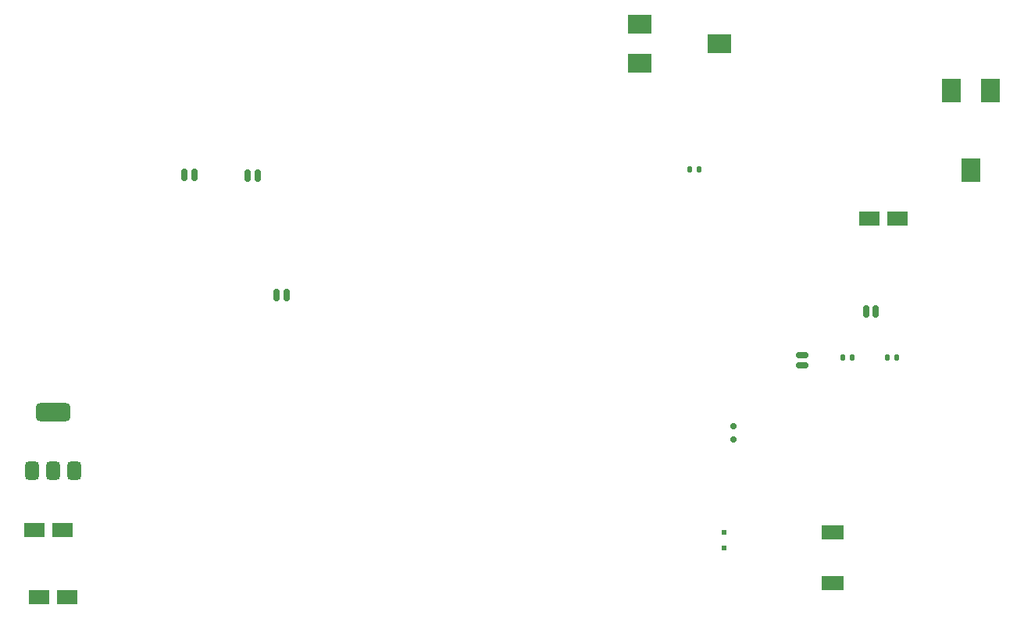
<source format=gbr>
%TF.GenerationSoftware,KiCad,Pcbnew,8.0.4*%
%TF.CreationDate,2025-05-14T15:51:55-04:00*%
%TF.ProjectId,am-receiver,616d2d72-6563-4656-9976-65722e6b6963,rev?*%
%TF.SameCoordinates,Original*%
%TF.FileFunction,Paste,Top*%
%TF.FilePolarity,Positive*%
%FSLAX46Y46*%
G04 Gerber Fmt 4.6, Leading zero omitted, Abs format (unit mm)*
G04 Created by KiCad (PCBNEW 8.0.4) date 2025-05-14 15:51:55*
%MOMM*%
%LPD*%
G01*
G04 APERTURE LIST*
G04 Aperture macros list*
%AMRoundRect*
0 Rectangle with rounded corners*
0 $1 Rounding radius*
0 $2 $3 $4 $5 $6 $7 $8 $9 X,Y pos of 4 corners*
0 Add a 4 corners polygon primitive as box body*
4,1,4,$2,$3,$4,$5,$6,$7,$8,$9,$2,$3,0*
0 Add four circle primitives for the rounded corners*
1,1,$1+$1,$2,$3*
1,1,$1+$1,$4,$5*
1,1,$1+$1,$6,$7*
1,1,$1+$1,$8,$9*
0 Add four rect primitives between the rounded corners*
20,1,$1+$1,$2,$3,$4,$5,0*
20,1,$1+$1,$4,$5,$6,$7,0*
20,1,$1+$1,$6,$7,$8,$9,0*
20,1,$1+$1,$8,$9,$2,$3,0*%
G04 Aperture macros list end*
%ADD10R,2.200000X1.600000*%
%ADD11R,0.500000X0.500000*%
%ADD12RoundRect,0.135000X-0.135000X-0.185000X0.135000X-0.185000X0.135000X0.185000X-0.135000X0.185000X0*%
%ADD13RoundRect,0.375000X0.375000X-0.625000X0.375000X0.625000X-0.375000X0.625000X-0.375000X-0.625000X0*%
%ADD14RoundRect,0.500000X1.400000X-0.500000X1.400000X0.500000X-1.400000X0.500000X-1.400000X-0.500000X0*%
%ADD15R,2.400000X1.500000*%
%ADD16RoundRect,0.135000X0.135000X0.185000X-0.135000X0.185000X-0.135000X-0.185000X0.135000X-0.185000X0*%
%ADD17RoundRect,0.165000X-0.165000X-0.475000X0.165000X-0.475000X0.165000X0.475000X-0.165000X0.475000X0*%
%ADD18RoundRect,0.165000X0.475000X-0.165000X0.475000X0.165000X-0.475000X0.165000X-0.475000X-0.165000X0*%
%ADD19R,2.000000X2.500000*%
%ADD20R,2.500000X2.000000*%
%ADD21RoundRect,0.150000X0.200000X-0.150000X0.200000X0.150000X-0.200000X0.150000X-0.200000X-0.150000X0*%
%ADD22RoundRect,0.165000X0.165000X0.475000X-0.165000X0.475000X-0.165000X-0.475000X0.165000X-0.475000X0*%
G04 APERTURE END LIST*
D10*
%TO.C,PC3*%
X184000000Y-88000000D03*
X187000000Y-88000000D03*
%TD*%
D11*
%TO.C,C1*%
X168250000Y-123700000D03*
X168250000Y-122000000D03*
%TD*%
D12*
%TO.C,R1*%
X185895000Y-103000000D03*
X186915000Y-103000000D03*
%TD*%
D13*
%TO.C,U3*%
X93200000Y-115300000D03*
X95500000Y-115300000D03*
D14*
X95500000Y-109000000D03*
D13*
X97800000Y-115300000D03*
%TD*%
D15*
%TO.C,L1*%
X180000000Y-127500000D03*
X180000000Y-122000000D03*
%TD*%
D16*
%TO.C,R4*%
X165515000Y-82650000D03*
X164495000Y-82650000D03*
%TD*%
D17*
%TO.C,C4*%
X183615000Y-98000000D03*
X184695000Y-98000000D03*
%TD*%
D18*
%TO.C,C2*%
X176750000Y-103885000D03*
X176750000Y-102805000D03*
%TD*%
D17*
%TO.C,C6*%
X109750000Y-83250000D03*
X110830000Y-83250000D03*
%TD*%
D19*
%TO.C,RV1*%
X192850000Y-74100000D03*
X195000000Y-82750000D03*
X197150000Y-74100000D03*
%TD*%
D20*
%TO.C,RV2*%
X159100000Y-71150000D03*
X167750000Y-69000000D03*
X159100000Y-66850000D03*
%TD*%
D12*
%TO.C,R2*%
X181145000Y-103000000D03*
X182165000Y-103000000D03*
%TD*%
D10*
%TO.C,PC1*%
X97000000Y-129000000D03*
X94000000Y-129000000D03*
%TD*%
D21*
%TO.C,D1*%
X169250000Y-110500000D03*
X169250000Y-111900000D03*
%TD*%
D22*
%TO.C,C5*%
X117693125Y-83284333D03*
X116613125Y-83284333D03*
%TD*%
D10*
%TO.C,PC2*%
X96500000Y-121750000D03*
X93500000Y-121750000D03*
%TD*%
D17*
%TO.C,C3*%
X119750000Y-96250000D03*
X120830000Y-96250000D03*
%TD*%
M02*

</source>
